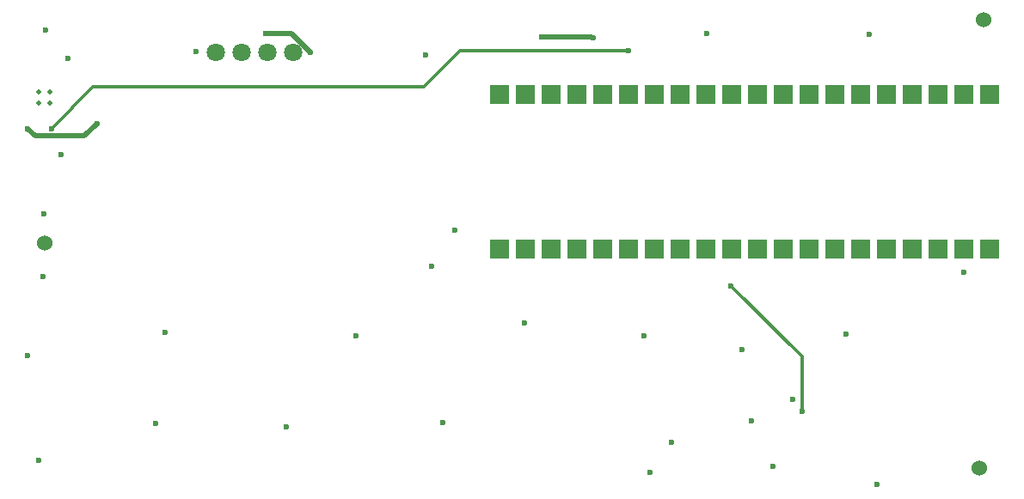
<source format=gbl>
G04*
G04 #@! TF.GenerationSoftware,Altium Limited,Altium Designer,25.8.1 (18)*
G04*
G04 Layer_Physical_Order=4*
G04 Layer_Color=16711680*
%FSLAX44Y44*%
%MOMM*%
G71*
G04*
G04 #@! TF.SameCoordinates,220DD8DD-A9B0-4AC3-BD9C-64780996674F*
G04*
G04*
G04 #@! TF.FilePolarity,Positive*
G04*
G01*
G75*
%ADD51C,0.3000*%
%ADD54C,0.5000*%
%ADD56C,1.8000*%
%ADD57C,1.5240*%
%ADD58R,1.9050X1.9050*%
%ADD59C,0.5000*%
%ADD60C,0.6000*%
D51*
X50800Y368554D02*
X71499Y389253D01*
Y390269D01*
X91623Y410393D01*
X417393D01*
X453000Y446000D02*
X619000D01*
X417393Y410393D02*
X453000Y446000D01*
X790000Y90000D02*
Y144000D01*
X720000Y214000D02*
X790000Y144000D01*
D54*
X582913Y459232D02*
X583675Y458470D01*
X533654Y459232D02*
X582913D01*
X583675Y458470D02*
X583946D01*
X27049Y369000D02*
X34449Y361600D01*
X83329D01*
X95729Y374000D01*
X27000Y369000D02*
X27049D01*
X262000Y463000D02*
X287000D01*
X306000Y444000D01*
X95729Y374000D02*
X96000D01*
D56*
X288800Y444000D02*
D03*
X263400D02*
D03*
X238000D02*
D03*
X212600D02*
D03*
D57*
X968248Y476504D02*
D03*
X964692Y34544D02*
D03*
X43942Y256286D02*
D03*
D58*
X593800Y402400D02*
D03*
X568400D02*
D03*
X492200D02*
D03*
X924000Y250000D02*
D03*
X517600Y402400D02*
D03*
X619200D02*
D03*
X974800D02*
D03*
X949400D02*
D03*
X924000D02*
D03*
X898600D02*
D03*
X873200D02*
D03*
X847800D02*
D03*
X822400D02*
D03*
X797000D02*
D03*
X771600D02*
D03*
X746200D02*
D03*
X720800D02*
D03*
X695400D02*
D03*
X670000D02*
D03*
X644600D02*
D03*
X543000D02*
D03*
X974800Y250000D02*
D03*
X949400D02*
D03*
X898600D02*
D03*
X873200D02*
D03*
X847800D02*
D03*
X822400D02*
D03*
X797000D02*
D03*
X771600D02*
D03*
X746200D02*
D03*
X720800D02*
D03*
X695400D02*
D03*
X670000D02*
D03*
X644600D02*
D03*
X619200D02*
D03*
X593800D02*
D03*
X568400D02*
D03*
X543000D02*
D03*
X517600D02*
D03*
X492200D02*
D03*
D59*
X38500Y405500D02*
D03*
X49500D02*
D03*
Y394500D02*
D03*
X38500D02*
D03*
D60*
X44958Y466344D02*
D03*
X855980Y462026D02*
D03*
X419100Y441960D02*
D03*
X948944Y227584D02*
D03*
X832866Y166624D02*
D03*
X516636Y177038D02*
D03*
X424942Y232918D02*
D03*
X350774Y165100D02*
D03*
X162306Y168402D02*
D03*
X27432Y145542D02*
D03*
X281940Y74676D02*
D03*
X66548Y438150D02*
D03*
X153162Y78740D02*
D03*
X42164Y223012D02*
D03*
X436372Y79502D02*
D03*
X633730Y164592D02*
D03*
X863600Y18542D02*
D03*
X640334Y29718D02*
D03*
X43434Y284988D02*
D03*
X696214Y463042D02*
D03*
X447802Y269240D02*
D03*
X533654Y459232D02*
D03*
X583946Y458470D02*
D03*
X50800Y368554D02*
D03*
X59690Y343154D02*
D03*
X306000Y444000D02*
D03*
X262000Y463000D02*
D03*
X27000Y369000D02*
D03*
X96000Y374000D02*
D03*
X731000Y151000D02*
D03*
X193000Y445000D02*
D03*
X781000Y102000D02*
D03*
X740000Y81000D02*
D03*
X761000Y36000D02*
D03*
X661000Y60000D02*
D03*
X38000Y42000D02*
D03*
X619000Y446000D02*
D03*
X720000Y214000D02*
D03*
X790000Y90000D02*
D03*
M02*

</source>
